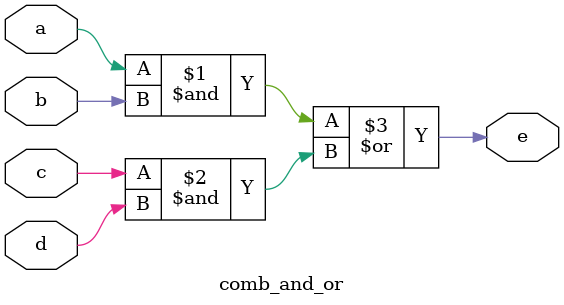
<source format=v>
module comb_and_or     (input        a ,
		        input        b ,
		        input        c ,
		        input        d ,
			output       e);

// combinational circuit

assign e=(a&b) | (c&d);

endmodule

</source>
